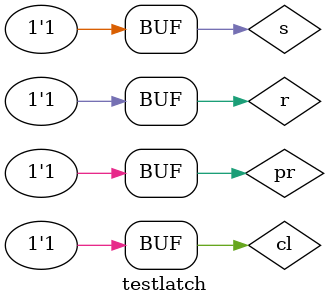
<source format=v>

module nor_nand (s,a,b);
input a,b;
output s;
wire nanda,nandb;
nand NAND1 (nanda,a);
nand NAND2 (nandb,b);
nand NAND3 (s,nanda,nandb);
endmodule

module latchsr (s,r,preset,clear,q,qn);
 output q,qn;
 input   s, r, preset, clear;
 wire  nor1,nor2, nand1, nand2;
 nor_nand NOR1 (nor1,s,nand2);
 nor_nand NOR2 (nor2,r,nand1);
 nand NAND1 (nand1, preset,nor1);
 nand NAND2 (nand2, clear,nor2);
 assign q = nand2;
 assign qn = nand1;
endmodule  // fim modulo latch

         
//teste do modulo
module testlatch;
reg s,r,pr,cl;
wire q,qn;
latchsr SR (s,r,pr,cl,q,qn);
initial begin
      $display("Exercicio 02|04 - Lucas Teixeira Santos - 415383");
      $display("Teste Latch S-R com Preset e Clear");
      $display("S  R  PR  CL  =  Q  Q'");
		// Melhor Testar via LogiSim.
       s=0; r=0; pr = 0; cl = 0;
  	#1	 $monitor("%b  %b  %b   %b   =  %b  %b", s, r, pr,cl,q, qn);
    #1  s=0; r=0; pr = 0; cl = 1;
    #1  s=0; r=0; pr = 1; cl = 0;
    #1  s=0; r=0; pr = 1; cl = 1;
    #1  s=0; r=1; pr = 0; cl = 0;
	 #1  s=0; r=1; pr = 0; cl = 1;
    #1  s=0; r=1; pr = 1; cl = 0;
	 #1  s=0; r=1; pr = 1; cl = 1;
    #1  s=1; r=0; pr = 0; cl = 0;
	 #1  s=1; r=0; pr = 0; cl = 1;
    #1  s=1; r=0; pr = 1; cl = 0;
	 #1  s=1; r=0; pr = 1; cl = 1;
	 #1  s=1; r=1; pr = 0; cl = 0;
    #1  s=1; r=1; pr = 0; cl = 1;
	 #1  s=1; r=1; pr = 1; cl = 0;
    #1  s=1; r=1; pr = 1; cl = 1;
 end

endmodule 
/* teste
    Teste Latch S-R com Preset e Clear
    S  R  PR  CL  =  Q  Q'
    0  0  0   0   =  1  1
    0  0  0   1   =  0  1
    0  0  1   0   =  1  0
    0  0  1   1   =  1  0
    0  1  0   0   =  1  1
    0  1  0   1   =  0  1
    0  1  1   0   =  1  0
    0  1  1   1   =  0  1
    1  0  0   0   =  1  1
    1  0  0   1   =  0  1
    1  0  1   0   =  1  0
    1  0  1   1   =  1  0
    1  1  0   0   =  1  1
    1  1  0   1   =  0  1
    1  1  1   0   =  1  0
    1  1  1   1   =  0  0
	 */

</source>
